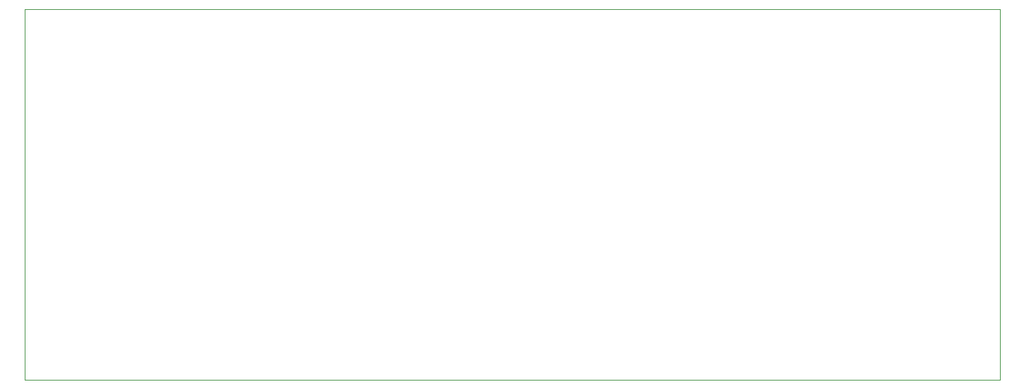
<source format=gko>
G75*
%MOIN*%
%OFA0B0*%
%FSLAX25Y25*%
%IPPOS*%
%LPD*%
%AMOC8*
5,1,8,0,0,1.08239X$1,22.5*
%
%ADD10C,0.00000*%
D10*
X0398333Y0008333D02*
X0398373Y0183333D01*
X0858333Y0183333D01*
X0858333Y0008333D01*
X0398333Y0008333D01*
M02*

</source>
